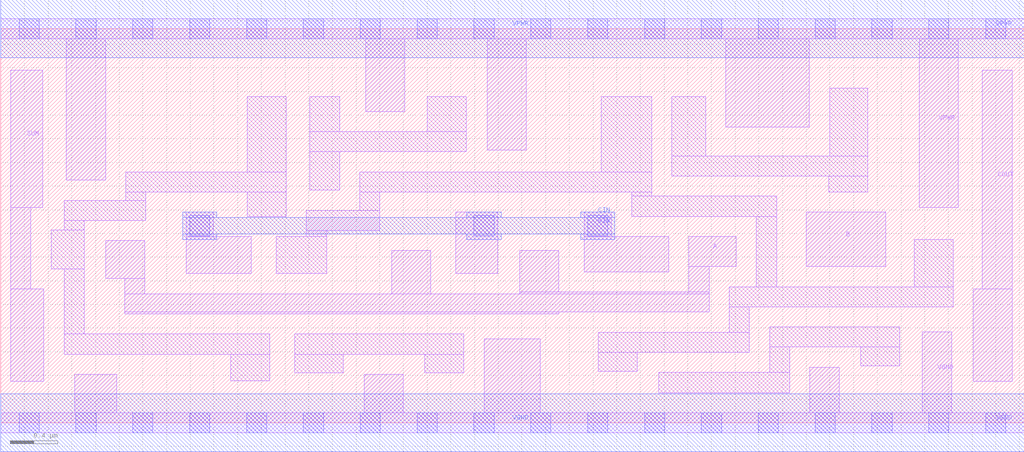
<source format=lef>
# Copyright 2020 The SkyWater PDK Authors
#
# Licensed under the Apache License, Version 2.0 (the "License");
# you may not use this file except in compliance with the License.
# You may obtain a copy of the License at
#
#     https://www.apache.org/licenses/LICENSE-2.0
#
# Unless required by applicable law or agreed to in writing, software
# distributed under the License is distributed on an "AS IS" BASIS,
# WITHOUT WARRANTIES OR CONDITIONS OF ANY KIND, either express or implied.
# See the License for the specific language governing permissions and
# limitations under the License.
#
# SPDX-License-Identifier: Apache-2.0

VERSION 5.7 ;
  NAMESCASESENSITIVE ON ;
  NOWIREEXTENSIONATPIN ON ;
  DIVIDERCHAR "/" ;
  BUSBITCHARS "[]" ;
UNITS
  DATABASE MICRONS 200 ;
END UNITS
MACRO sky130_fd_sc_hs__fa_1
  CLASS CORE ;
  SOURCE USER ;
  FOREIGN sky130_fd_sc_hs__fa_1 ;
  ORIGIN  0.000000  0.000000 ;
  SIZE  8.640000 BY  3.330000 ;
  SYMMETRY X Y ;
  SITE unit ;
  PIN A
    ANTENNAGATEAREA  0.984000 ;
    DIRECTION INPUT ;
    USE SIGNAL ;
    PORT
      LAYER li1 ;
        RECT 0.885000 1.220000 1.215000 1.540000 ;
        RECT 1.045000 0.920000 4.710000 0.935000 ;
        RECT 1.045000 0.935000 5.980000 1.090000 ;
        RECT 1.045000 1.090000 1.215000 1.220000 ;
        RECT 3.300000 1.090000 3.630000 1.455000 ;
        RECT 4.380000 1.090000 5.980000 1.105000 ;
        RECT 4.380000 1.105000 4.710000 1.455000 ;
        RECT 5.810000 1.105000 5.980000 1.320000 ;
        RECT 5.810000 1.320000 6.210000 1.575000 ;
    END
  END A
  PIN B
    ANTENNAGATEAREA  0.984000 ;
    DIRECTION INPUT ;
    USE SIGNAL ;
    PORT
      LAYER li1 ;
        RECT 6.800000 1.320000 7.470000 1.780000 ;
    END
  END B
  PIN CIN
    ANTENNAGATEAREA  0.738000 ;
    DIRECTION INPUT ;
    USE SIGNAL ;
    PORT
      LAYER li1 ;
        RECT 1.565000 1.260000 2.115000 1.575000 ;
        RECT 1.565000 1.575000 1.795000 1.780000 ;
        RECT 3.840000 1.260000 4.195000 1.780000 ;
        RECT 4.925000 1.275000 5.640000 1.575000 ;
        RECT 4.925000 1.575000 5.155000 1.780000 ;
      LAYER mcon ;
        RECT 1.595000 1.580000 1.765000 1.750000 ;
        RECT 3.995000 1.580000 4.165000 1.750000 ;
        RECT 4.955000 1.580000 5.125000 1.750000 ;
      LAYER met1 ;
        RECT 1.535000 1.550000 1.825000 1.595000 ;
        RECT 1.535000 1.595000 5.185000 1.735000 ;
        RECT 1.535000 1.735000 1.825000 1.780000 ;
        RECT 3.935000 1.550000 4.225000 1.595000 ;
        RECT 3.935000 1.735000 4.225000 1.780000 ;
        RECT 4.895000 1.550000 5.185000 1.595000 ;
        RECT 4.895000 1.735000 5.185000 1.780000 ;
    END
  END CIN
  PIN COUT
    ANTENNADIFFAREA  0.519000 ;
    DIRECTION OUTPUT ;
    USE SIGNAL ;
    PORT
      LAYER li1 ;
        RECT 8.210000 0.350000 8.540000 1.130000 ;
        RECT 8.285000 1.130000 8.540000 2.980000 ;
    END
  END COUT
  PIN SUM
    ANTENNADIFFAREA  0.530100 ;
    DIRECTION OUTPUT ;
    USE SIGNAL ;
    PORT
      LAYER li1 ;
        RECT 0.085000 0.350000 0.365000 1.130000 ;
        RECT 0.085000 1.130000 0.255000 1.820000 ;
        RECT 0.085000 1.820000 0.355000 2.980000 ;
    END
  END SUM
  PIN VGND
    DIRECTION INOUT ;
    USE GROUND ;
    PORT
      LAYER li1 ;
        RECT 0.000000 -0.085000 8.640000 0.085000 ;
        RECT 0.625000  0.085000 0.980000 0.410000 ;
        RECT 3.070000  0.085000 3.400000 0.410000 ;
        RECT 4.080000  0.085000 4.555000 0.710000 ;
        RECT 6.830000  0.085000 7.080000 0.470000 ;
        RECT 7.780000  0.085000 8.030000 0.770000 ;
      LAYER mcon ;
        RECT 0.155000 -0.085000 0.325000 0.085000 ;
        RECT 0.635000 -0.085000 0.805000 0.085000 ;
        RECT 1.115000 -0.085000 1.285000 0.085000 ;
        RECT 1.595000 -0.085000 1.765000 0.085000 ;
        RECT 2.075000 -0.085000 2.245000 0.085000 ;
        RECT 2.555000 -0.085000 2.725000 0.085000 ;
        RECT 3.035000 -0.085000 3.205000 0.085000 ;
        RECT 3.515000 -0.085000 3.685000 0.085000 ;
        RECT 3.995000 -0.085000 4.165000 0.085000 ;
        RECT 4.475000 -0.085000 4.645000 0.085000 ;
        RECT 4.955000 -0.085000 5.125000 0.085000 ;
        RECT 5.435000 -0.085000 5.605000 0.085000 ;
        RECT 5.915000 -0.085000 6.085000 0.085000 ;
        RECT 6.395000 -0.085000 6.565000 0.085000 ;
        RECT 6.875000 -0.085000 7.045000 0.085000 ;
        RECT 7.355000 -0.085000 7.525000 0.085000 ;
        RECT 7.835000 -0.085000 8.005000 0.085000 ;
        RECT 8.315000 -0.085000 8.485000 0.085000 ;
      LAYER met1 ;
        RECT 0.000000 -0.245000 8.640000 0.245000 ;
    END
  END VGND
  PIN VPWR
    DIRECTION INOUT ;
    USE POWER ;
    PORT
      LAYER li1 ;
        RECT 0.000000 3.245000 8.640000 3.415000 ;
        RECT 0.555000 2.050000 0.885000 3.245000 ;
        RECT 3.080000 2.630000 3.410000 3.245000 ;
        RECT 4.105000 2.305000 4.435000 3.245000 ;
        RECT 6.120000 2.500000 6.825000 3.245000 ;
        RECT 7.755000 1.820000 8.085000 3.245000 ;
      LAYER mcon ;
        RECT 0.155000 3.245000 0.325000 3.415000 ;
        RECT 0.635000 3.245000 0.805000 3.415000 ;
        RECT 1.115000 3.245000 1.285000 3.415000 ;
        RECT 1.595000 3.245000 1.765000 3.415000 ;
        RECT 2.075000 3.245000 2.245000 3.415000 ;
        RECT 2.555000 3.245000 2.725000 3.415000 ;
        RECT 3.035000 3.245000 3.205000 3.415000 ;
        RECT 3.515000 3.245000 3.685000 3.415000 ;
        RECT 3.995000 3.245000 4.165000 3.415000 ;
        RECT 4.475000 3.245000 4.645000 3.415000 ;
        RECT 4.955000 3.245000 5.125000 3.415000 ;
        RECT 5.435000 3.245000 5.605000 3.415000 ;
        RECT 5.915000 3.245000 6.085000 3.415000 ;
        RECT 6.395000 3.245000 6.565000 3.415000 ;
        RECT 6.875000 3.245000 7.045000 3.415000 ;
        RECT 7.355000 3.245000 7.525000 3.415000 ;
        RECT 7.835000 3.245000 8.005000 3.415000 ;
        RECT 8.315000 3.245000 8.485000 3.415000 ;
      LAYER met1 ;
        RECT 0.000000 3.085000 8.640000 3.575000 ;
    END
  END VPWR
  OBS
    LAYER li1 ;
      RECT 0.425000 1.300000 0.705000 1.630000 ;
      RECT 0.535000 0.580000 2.270000 0.750000 ;
      RECT 0.535000 0.750000 0.705000 1.300000 ;
      RECT 0.535000 1.630000 0.705000 1.710000 ;
      RECT 0.535000 1.710000 1.225000 1.880000 ;
      RECT 1.055000 1.880000 1.225000 1.950000 ;
      RECT 1.055000 1.950000 2.410000 2.120000 ;
      RECT 1.940000 0.355000 2.270000 0.580000 ;
      RECT 2.080000 1.745000 2.410000 1.950000 ;
      RECT 2.080000 2.120000 2.410000 2.755000 ;
      RECT 2.325000 1.260000 2.750000 1.575000 ;
      RECT 2.480000 0.420000 2.890000 0.580000 ;
      RECT 2.480000 0.580000 3.910000 0.750000 ;
      RECT 2.580000 1.575000 2.750000 1.625000 ;
      RECT 2.580000 1.625000 3.200000 1.795000 ;
      RECT 2.610000 1.965000 2.860000 2.290000 ;
      RECT 2.610000 2.290000 3.930000 2.460000 ;
      RECT 2.610000 2.460000 2.860000 2.755000 ;
      RECT 3.030000 1.795000 3.200000 1.950000 ;
      RECT 3.030000 1.950000 5.495000 2.120000 ;
      RECT 3.580000 0.420000 3.910000 0.580000 ;
      RECT 3.600000 2.460000 3.930000 2.755000 ;
      RECT 5.045000 0.435000 5.375000 0.595000 ;
      RECT 5.045000 0.595000 6.320000 0.765000 ;
      RECT 5.070000 2.120000 5.495000 2.755000 ;
      RECT 5.325000 1.745000 6.550000 1.915000 ;
      RECT 5.325000 1.915000 5.495000 1.950000 ;
      RECT 5.555000 0.255000 6.660000 0.425000 ;
      RECT 5.665000 2.085000 7.320000 2.255000 ;
      RECT 5.665000 2.255000 5.950000 2.755000 ;
      RECT 6.150000 0.765000 6.320000 0.980000 ;
      RECT 6.150000 0.980000 8.040000 1.150000 ;
      RECT 6.380000 1.150000 6.550000 1.745000 ;
      RECT 6.490000 0.425000 6.660000 0.640000 ;
      RECT 6.490000 0.640000 7.590000 0.810000 ;
      RECT 6.990000 1.950000 7.320000 2.085000 ;
      RECT 7.000000 2.255000 7.320000 2.830000 ;
      RECT 7.260000 0.480000 7.590000 0.640000 ;
      RECT 7.710000 1.150000 8.040000 1.550000 ;
  END
END sky130_fd_sc_hs__fa_1

</source>
